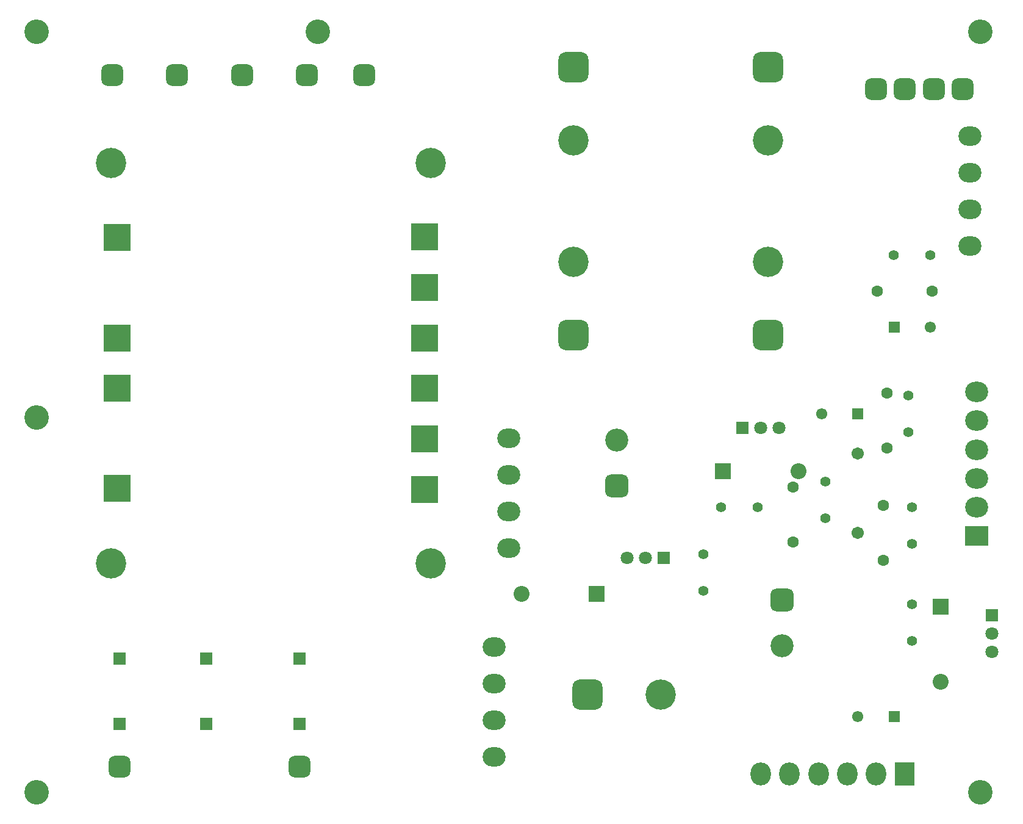
<source format=gts>
G04*
G04 #@! TF.GenerationSoftware,Altium Limited,CircuitStudio,1.5.2 (30)*
G04*
G04 Layer_Color=20142*
%FSLAX25Y25*%
%MOIN*%
G70*
G01*
G75*
%ADD46R,0.07099X0.07099*%
%ADD47C,0.07099*%
%ADD48C,0.06115*%
%ADD49R,0.06115X0.06115*%
%ADD50C,0.05524*%
%ADD51R,0.07099X0.07099*%
%ADD52C,0.13398*%
%ADD53R,0.06706X0.06706*%
G04:AMPARAMS|DCode=54|XSize=118.24mil|YSize=118.24mil|CornerRadius=31.56mil|HoleSize=0mil|Usage=FLASHONLY|Rotation=0.000|XOffset=0mil|YOffset=0mil|HoleType=Round|Shape=RoundedRectangle|*
%AMROUNDEDRECTD54*
21,1,0.11824,0.05512,0,0,0.0*
21,1,0.05512,0.11824,0,0,0.0*
1,1,0.06312,0.02756,-0.02756*
1,1,0.06312,-0.02756,-0.02756*
1,1,0.06312,-0.02756,0.02756*
1,1,0.06312,0.02756,0.02756*
%
%ADD54ROUNDEDRECTD54*%
%ADD55C,0.06312*%
%ADD56O,0.12611X0.10642*%
%ADD57R,0.08674X0.08674*%
%ADD58C,0.08674*%
%ADD59R,0.12611X0.11036*%
%ADD60O,0.12611X0.11036*%
%ADD61R,0.11036X0.12611*%
%ADD62O,0.11036X0.12611*%
%ADD63R,0.08674X0.08674*%
%ADD64C,0.16548*%
%ADD65R,0.14579X0.14579*%
%ADD66C,0.06706*%
G04:AMPARAMS|DCode=67|XSize=165.48mil|YSize=165.48mil|CornerRadius=43.37mil|HoleSize=0mil|Usage=FLASHONLY|Rotation=0.000|XOffset=0mil|YOffset=0mil|HoleType=Round|Shape=RoundedRectangle|*
%AMROUNDEDRECTD67*
21,1,0.16548,0.07874,0,0,0.0*
21,1,0.07874,0.16548,0,0,0.0*
1,1,0.08674,0.03937,-0.03937*
1,1,0.08674,-0.03937,-0.03937*
1,1,0.08674,-0.03937,0.03937*
1,1,0.08674,0.03937,0.03937*
%
%ADD67ROUNDEDRECTD67*%
G04:AMPARAMS|DCode=68|XSize=165.48mil|YSize=165.48mil|CornerRadius=43.37mil|HoleSize=0mil|Usage=FLASHONLY|Rotation=90.000|XOffset=0mil|YOffset=0mil|HoleType=Round|Shape=RoundedRectangle|*
%AMROUNDEDRECTD68*
21,1,0.16548,0.07874,0,0,90.0*
21,1,0.07874,0.16548,0,0,90.0*
1,1,0.08674,0.03937,0.03937*
1,1,0.08674,0.03937,-0.03937*
1,1,0.08674,-0.03937,-0.03937*
1,1,0.08674,-0.03937,0.03937*
%
%ADD68ROUNDEDRECTD68*%
G04:AMPARAMS|DCode=69|XSize=126.11mil|YSize=126.11mil|CornerRadius=33.53mil|HoleSize=0mil|Usage=FLASHONLY|Rotation=180.000|XOffset=0mil|YOffset=0mil|HoleType=Round|Shape=RoundedRectangle|*
%AMROUNDEDRECTD69*
21,1,0.12611,0.05906,0,0,180.0*
21,1,0.05906,0.12611,0,0,180.0*
1,1,0.06706,-0.02953,0.02953*
1,1,0.06706,0.02953,0.02953*
1,1,0.06706,0.02953,-0.02953*
1,1,0.06706,-0.02953,-0.02953*
%
%ADD69ROUNDEDRECTD69*%
%ADD70C,0.12611*%
D46*
X-11417Y114331D02*
D03*
D47*
Y104331D02*
D03*
Y94331D02*
D03*
X-137795Y216535D02*
D03*
X-127795D02*
D03*
X-200787Y145669D02*
D03*
X-210787D02*
D03*
D48*
X-84646Y59055D02*
D03*
X-104331Y224410D02*
D03*
X-45276Y271654D02*
D03*
D49*
X-64961Y59055D02*
D03*
X-84646Y224409D02*
D03*
X-64961Y271654D02*
D03*
D50*
X-102362Y187165D02*
D03*
Y167165D02*
D03*
X-55118Y153386D02*
D03*
Y173386D02*
D03*
X-57087Y214409D02*
D03*
Y234409D02*
D03*
X-139606Y173228D02*
D03*
X-159606D02*
D03*
X-55118Y100236D02*
D03*
Y120236D02*
D03*
X-45118Y311024D02*
D03*
X-65118D02*
D03*
X-169291Y127795D02*
D03*
Y147795D02*
D03*
D51*
X-147795Y216535D02*
D03*
X-190787Y145669D02*
D03*
D52*
X-533465Y433071D02*
D03*
X-379921D02*
D03*
X-17717D02*
D03*
Y17717D02*
D03*
X-533465D02*
D03*
Y222441D02*
D03*
D53*
X-488189Y90551D02*
D03*
Y55118D02*
D03*
X-440945Y90551D02*
D03*
Y55118D02*
D03*
X-389764Y90551D02*
D03*
Y55118D02*
D03*
D54*
X-27559Y401575D02*
D03*
X-43307D02*
D03*
X-59055D02*
D03*
X-74803D02*
D03*
X-488189Y31496D02*
D03*
X-389764D02*
D03*
X-385827Y409449D02*
D03*
X-354331D02*
D03*
X-456693D02*
D03*
X-421260D02*
D03*
X-492126D02*
D03*
D55*
X-68898Y235472D02*
D03*
Y205472D02*
D03*
X-74055Y291339D02*
D03*
X-44055D02*
D03*
X-70866Y144449D02*
D03*
Y174449D02*
D03*
X-120079Y184291D02*
D03*
Y154291D02*
D03*
D56*
X-283465Y96929D02*
D03*
Y36929D02*
D03*
Y56929D02*
D03*
Y76929D02*
D03*
X-275590Y211102D02*
D03*
Y151102D02*
D03*
Y171102D02*
D03*
Y191102D02*
D03*
X-23622Y315866D02*
D03*
Y375866D02*
D03*
Y355866D02*
D03*
Y335866D02*
D03*
D57*
X-158386Y192913D02*
D03*
X-227441Y125984D02*
D03*
D58*
X-117205Y192913D02*
D03*
X-39370Y77835D02*
D03*
X-268622Y125984D02*
D03*
D59*
X-19685Y157480D02*
D03*
D60*
Y173228D02*
D03*
Y188976D02*
D03*
Y204724D02*
D03*
Y220472D02*
D03*
Y236221D02*
D03*
D61*
X-59055Y27559D02*
D03*
D62*
X-74803D02*
D03*
X-90551D02*
D03*
X-106299D02*
D03*
X-122047D02*
D03*
X-137795D02*
D03*
D63*
X-39370Y119016D02*
D03*
D64*
X-492913Y142717D02*
D03*
X-318110D02*
D03*
X-492913Y361221D02*
D03*
X-318110D02*
D03*
X-133858Y373701D02*
D03*
X-240158D02*
D03*
Y307402D02*
D03*
X-133858D02*
D03*
X-192598Y70866D02*
D03*
D65*
X-489567Y320472D02*
D03*
Y265748D02*
D03*
Y238189D02*
D03*
Y183465D02*
D03*
X-321457Y320866D02*
D03*
Y293307D02*
D03*
Y265748D02*
D03*
Y238189D02*
D03*
Y210630D02*
D03*
Y183071D02*
D03*
D66*
X-84646Y159449D02*
D03*
Y202756D02*
D03*
D67*
X-133858Y413701D02*
D03*
X-240158D02*
D03*
Y267402D02*
D03*
X-133858D02*
D03*
D68*
X-232598Y70866D02*
D03*
D69*
X-216535Y185039D02*
D03*
X-125984Y122736D02*
D03*
D70*
X-216535Y210039D02*
D03*
X-125984Y97736D02*
D03*
M02*

</source>
